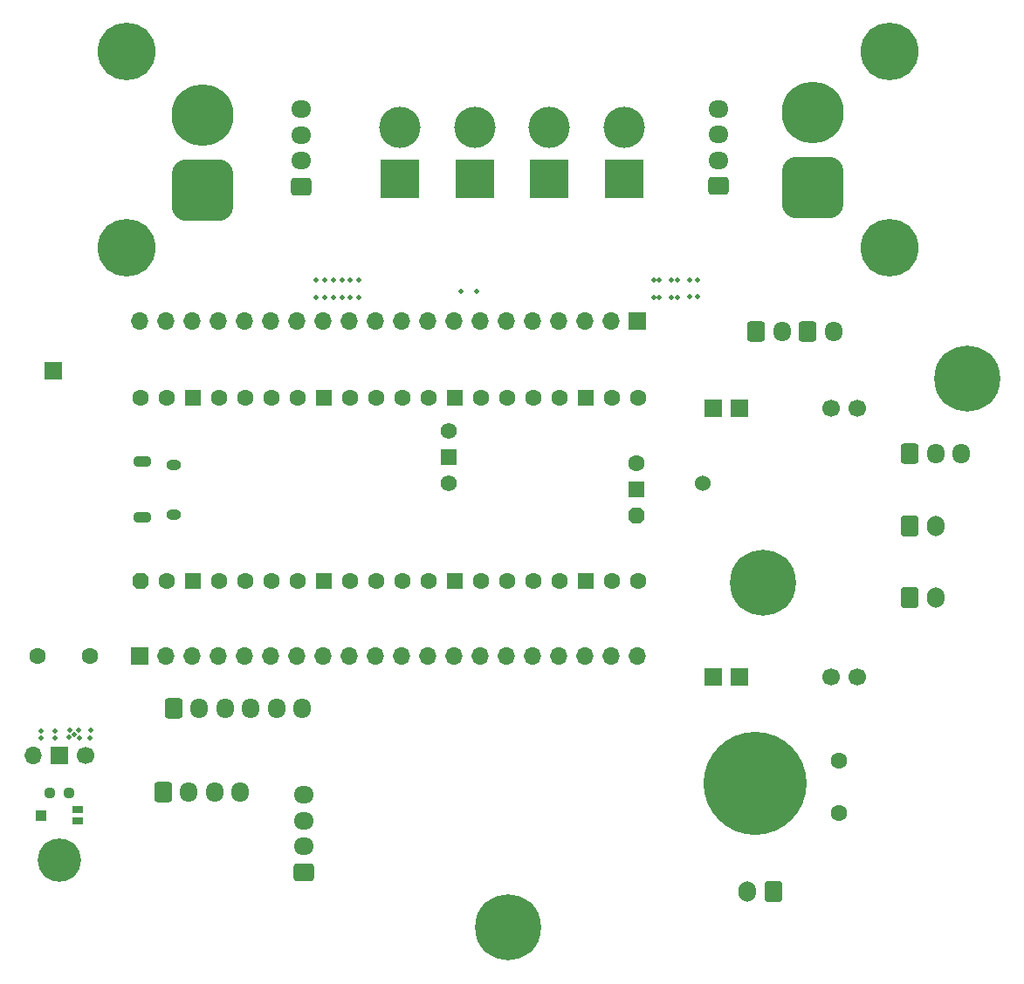
<source format=gbr>
%TF.GenerationSoftware,KiCad,Pcbnew,8.0.1*%
%TF.CreationDate,2024-04-30T15:38:52+08:00*%
%TF.ProjectId,prototype,70726f74-6f74-4797-9065-2e6b69636164,rev?*%
%TF.SameCoordinates,Original*%
%TF.FileFunction,Soldermask,Bot*%
%TF.FilePolarity,Negative*%
%FSLAX46Y46*%
G04 Gerber Fmt 4.6, Leading zero omitted, Abs format (unit mm)*
G04 Created by KiCad (PCBNEW 8.0.1) date 2024-04-30 15:38:52*
%MOMM*%
%LPD*%
G01*
G04 APERTURE LIST*
G04 Aperture macros list*
%AMRoundRect*
0 Rectangle with rounded corners*
0 $1 Rounding radius*
0 $2 $3 $4 $5 $6 $7 $8 $9 X,Y pos of 4 corners*
0 Add a 4 corners polygon primitive as box body*
4,1,4,$2,$3,$4,$5,$6,$7,$8,$9,$2,$3,0*
0 Add four circle primitives for the rounded corners*
1,1,$1+$1,$2,$3*
1,1,$1+$1,$4,$5*
1,1,$1+$1,$6,$7*
1,1,$1+$1,$8,$9*
0 Add four rect primitives between the rounded corners*
20,1,$1+$1,$2,$3,$4,$5,0*
20,1,$1+$1,$4,$5,$6,$7,0*
20,1,$1+$1,$6,$7,$8,$9,0*
20,1,$1+$1,$8,$9,$2,$3,0*%
%AMFreePoly0*
4,1,26,0.335306,0.780194,0.389950,0.741421,0.741421,0.389950,0.788777,0.314585,0.800000,0.248529,0.800000,-0.248529,0.780194,-0.335306,0.741421,-0.389950,0.389950,-0.741421,0.314585,-0.788777,0.248529,-0.800000,0.000000,-0.800000,-0.248529,-0.800000,-0.335306,-0.780194,-0.389950,-0.741421,-0.741421,-0.389950,-0.788777,-0.314585,-0.800000,-0.248529,-0.800000,0.248529,-0.780194,0.335306,
-0.741421,0.389950,-0.389950,0.741421,-0.314585,0.788777,-0.248529,0.800000,0.248529,0.800000,0.335306,0.780194,0.335306,0.780194,$1*%
G04 Aperture macros list end*
%ADD10C,0.500000*%
%ADD11O,1.800000X1.100000*%
%ADD12O,1.450000X1.050000*%
%ADD13FreePoly0,90.000000*%
%ADD14C,1.600000*%
%ADD15RoundRect,0.200000X0.600000X-0.600000X0.600000X0.600000X-0.600000X0.600000X-0.600000X-0.600000X0*%
%ADD16C,1.574800*%
%ADD17R,1.574800X1.574800*%
%ADD18R,1.700000X1.700000*%
%ADD19C,1.700000*%
%ADD20C,1.524000*%
%ADD21O,1.700000X1.950000*%
%ADD22RoundRect,0.250000X-0.600000X-0.725000X0.600000X-0.725000X0.600000X0.725000X-0.600000X0.725000X0*%
%ADD23RoundRect,0.250000X0.725000X-0.600000X0.725000X0.600000X-0.725000X0.600000X-0.725000X-0.600000X0*%
%ADD24O,1.950000X1.700000*%
%ADD25C,6.400000*%
%ADD26R,3.800000X3.800000*%
%ADD27C,4.000000*%
%ADD28RoundRect,0.250000X-0.600000X-0.750000X0.600000X-0.750000X0.600000X0.750000X-0.600000X0.750000X0*%
%ADD29O,1.700000X2.000000*%
%ADD30O,1.700000X1.700000*%
%ADD31RoundRect,1.500000X1.500000X-1.500000X1.500000X1.500000X-1.500000X1.500000X-1.500000X-1.500000X0*%
%ADD32C,6.000000*%
%ADD33C,4.200000*%
%ADD34C,5.600000*%
%ADD35RoundRect,0.250000X0.600000X0.750000X-0.600000X0.750000X-0.600000X-0.750000X0.600000X-0.750000X0*%
%ADD36C,10.000000*%
%ADD37RoundRect,0.237500X-0.250000X-0.237500X0.250000X-0.237500X0.250000X0.237500X-0.250000X0.237500X0*%
%ADD38R,1.100000X1.000000*%
%ADD39R,1.100000X0.800000*%
G04 APERTURE END LIST*
D10*
%TO.C,M3*%
X56108600Y-108940600D03*
%TD*%
%TO.C,M10*%
X56108600Y-109575600D03*
%TD*%
D11*
%TO.C,U1*%
X64534000Y-88208000D03*
D12*
X67564000Y-87908000D03*
X67564000Y-83058000D03*
D11*
X64534000Y-82758000D03*
D13*
X64404000Y-94373000D03*
D14*
X66944000Y-94373000D03*
D15*
X69484000Y-94373000D03*
D14*
X72024000Y-94373000D03*
X74564000Y-94373000D03*
X77104000Y-94373000D03*
X79644000Y-94373000D03*
D15*
X82184000Y-94373000D03*
D14*
X84724000Y-94373000D03*
X87264000Y-94373000D03*
X89804000Y-94373000D03*
X92344000Y-94373000D03*
D15*
X94884000Y-94373000D03*
D14*
X97424000Y-94373000D03*
X99964000Y-94373000D03*
X102504000Y-94373000D03*
X105044000Y-94373000D03*
D15*
X107584000Y-94373000D03*
D14*
X110124000Y-94373000D03*
X112664000Y-94373000D03*
X112664000Y-76593000D03*
X110124000Y-76593000D03*
D15*
X107584000Y-76593000D03*
D14*
X105044000Y-76593000D03*
X102504000Y-76593000D03*
X99964000Y-76593000D03*
X97424000Y-76593000D03*
D15*
X94884000Y-76593000D03*
D14*
X92344000Y-76593000D03*
X89804000Y-76593000D03*
X87264000Y-76593000D03*
X84724000Y-76593000D03*
D15*
X82184000Y-76593000D03*
D14*
X79644000Y-76593000D03*
X77104000Y-76593000D03*
X74564000Y-76593000D03*
X72024000Y-76593000D03*
D15*
X69484000Y-76593000D03*
D14*
X66944000Y-76593000D03*
X64404000Y-76593000D03*
D13*
X112434000Y-88023000D03*
D16*
X94234000Y-84898800D03*
D15*
X112434000Y-85483000D03*
D17*
X94234000Y-82358800D03*
D14*
X112434000Y-82943000D03*
D16*
X94234000Y-79818800D03*
%TD*%
D18*
%TO.C,U2*%
X119918000Y-103632000D03*
X122458000Y-103632000D03*
D19*
X131348000Y-103632000D03*
X133888000Y-103632000D03*
X131348000Y-77632000D03*
X133888000Y-77632000D03*
D18*
X119918000Y-77632000D03*
X122458000Y-77632000D03*
D20*
X118872000Y-84836000D03*
%TD*%
D21*
%TO.C,J19*%
X131572000Y-70104000D03*
D22*
X129072000Y-70104000D03*
D21*
X126572000Y-70104000D03*
D22*
X124072000Y-70104000D03*
%TD*%
D23*
%TO.C,J18*%
X80247000Y-122622000D03*
D24*
X80247000Y-120122000D03*
X80247000Y-117622000D03*
X80247000Y-115122000D03*
%TD*%
D22*
%TO.C,L1*%
X67564000Y-106680000D03*
D21*
X70064000Y-106680000D03*
X72564000Y-106680000D03*
X75064000Y-106680000D03*
X77564000Y-106680000D03*
X80064000Y-106680000D03*
%TD*%
D22*
%TO.C,J17*%
X66548000Y-114808000D03*
D21*
X69048000Y-114808000D03*
X71548000Y-114808000D03*
X74048000Y-114808000D03*
%TD*%
D22*
%TO.C,J6*%
X139000000Y-82000000D03*
D21*
X141500000Y-82000000D03*
X144000000Y-82000000D03*
%TD*%
D25*
%TO.C,H2*%
X100000000Y-128000000D03*
%TD*%
D10*
%TO.C,M36*%
X114706400Y-66802000D03*
%TD*%
%TO.C,M11*%
X57404000Y-109550200D03*
%TD*%
D14*
%TO.C,R2*%
X132080000Y-111760000D03*
X132080000Y-116840000D03*
%TD*%
D26*
%TO.C,J12*%
X104024000Y-55292000D03*
D27*
X104024000Y-50292000D03*
%TD*%
D10*
%TO.C,M24*%
X83921600Y-66802000D03*
%TD*%
%TO.C,M37*%
X115824000Y-66802000D03*
%TD*%
%TO.C,M5*%
X57912000Y-109296200D03*
%TD*%
%TO.C,M38*%
X116433600Y-66802000D03*
%TD*%
%TO.C,M4*%
X57480200Y-108864400D03*
%TD*%
D28*
%TO.C,J8*%
X139000000Y-89000000D03*
D29*
X141500000Y-89000000D03*
%TD*%
D10*
%TO.C,M26*%
X85547200Y-66802000D03*
%TD*%
%TO.C,M14*%
X59436000Y-109575600D03*
%TD*%
D18*
%TO.C,J3*%
X64262000Y-101600000D03*
D30*
X66802000Y-101600000D03*
X69342000Y-101600000D03*
X71882000Y-101600000D03*
X74422000Y-101600000D03*
X76962000Y-101600000D03*
X79502000Y-101600000D03*
X82042000Y-101600000D03*
X84582000Y-101600000D03*
X87122000Y-101600000D03*
X89662000Y-101600000D03*
X92202000Y-101600000D03*
X94742000Y-101600000D03*
X97282000Y-101600000D03*
X99822000Y-101600000D03*
X102362000Y-101600000D03*
X104902000Y-101600000D03*
X107442000Y-101600000D03*
X109982000Y-101600000D03*
X112522000Y-101600000D03*
%TD*%
D25*
%TO.C,H3*%
X124748737Y-94547727D03*
%TD*%
D18*
%TO.C,J7*%
X55880000Y-73914000D03*
%TD*%
D23*
%TO.C,J14*%
X79993000Y-56054000D03*
D24*
X79993000Y-53554000D03*
X79993000Y-51054000D03*
X79993000Y-48554000D03*
%TD*%
D10*
%TO.C,M25*%
X84734400Y-66802000D03*
%TD*%
%TO.C,M8*%
X54762400Y-109575600D03*
%TD*%
%TO.C,M29*%
X114147600Y-65176400D03*
%TD*%
%TO.C,M17*%
X83058000Y-65176400D03*
%TD*%
%TO.C,M30*%
X114706400Y-65176400D03*
%TD*%
%TO.C,M23*%
X83058000Y-66802000D03*
%TD*%
%TO.C,M35*%
X114147600Y-66802000D03*
%TD*%
%TO.C,M39*%
X117602000Y-66751200D03*
%TD*%
D31*
%TO.C,J2*%
X70358000Y-56388000D03*
D32*
X70358000Y-49188000D03*
%TD*%
D10*
%TO.C,M20*%
X85547200Y-65176400D03*
%TD*%
D33*
%TO.C,H1*%
X56500000Y-121412000D03*
%TD*%
D26*
%TO.C,J10*%
X89524000Y-55292000D03*
D27*
X89524000Y-50292000D03*
%TD*%
D10*
%TO.C,M40*%
X118364000Y-66751200D03*
%TD*%
%TO.C,M22*%
X82245200Y-66802000D03*
%TD*%
%TO.C,M27*%
X95453200Y-66243200D03*
%TD*%
D14*
%TO.C,R3*%
X54356000Y-101600000D03*
X59436000Y-101600000D03*
%TD*%
D25*
%TO.C,H4*%
X144547727Y-74748737D03*
%TD*%
D10*
%TO.C,M1*%
X54762400Y-108940600D03*
%TD*%
D34*
%TO.C,H6*%
X63000000Y-62000000D03*
%TD*%
D31*
%TO.C,J1*%
X129540000Y-56134000D03*
D32*
X129540000Y-48934000D03*
%TD*%
D10*
%TO.C,M28*%
X96953200Y-66243200D03*
%TD*%
%TO.C,M16*%
X82245200Y-65176400D03*
%TD*%
D35*
%TO.C,J16*%
X125730000Y-124460000D03*
D29*
X123230000Y-124460000D03*
%TD*%
D10*
%TO.C,M32*%
X116433600Y-65176400D03*
%TD*%
%TO.C,M34*%
X118364000Y-65176400D03*
%TD*%
%TO.C,M18*%
X83921600Y-65176400D03*
%TD*%
D28*
%TO.C,J9*%
X139000000Y-96000000D03*
D29*
X141500000Y-96000000D03*
%TD*%
D10*
%TO.C,M7*%
X59563000Y-108864400D03*
%TD*%
D34*
%TO.C,H5*%
X63000000Y-43000000D03*
%TD*%
D10*
%TO.C,M15*%
X81432400Y-65176400D03*
%TD*%
%TO.C,M33*%
X117602000Y-65176400D03*
%TD*%
%TO.C,M13*%
X58420000Y-109575600D03*
%TD*%
%TO.C,M31*%
X115824000Y-65176400D03*
%TD*%
D36*
%TO.C,H9*%
X124000000Y-114000000D03*
%TD*%
D10*
%TO.C,M6*%
X58343800Y-108839000D03*
%TD*%
D18*
%TO.C,J4*%
X112522000Y-69088000D03*
D30*
X109982000Y-69088000D03*
X107442000Y-69088000D03*
X104902000Y-69088000D03*
X102362000Y-69088000D03*
X99822000Y-69088000D03*
X97282000Y-69088000D03*
X94742000Y-69088000D03*
X92202000Y-69088000D03*
X89662000Y-69088000D03*
X87122000Y-69088000D03*
X84582000Y-69088000D03*
X82042000Y-69088000D03*
X79502000Y-69088000D03*
X76962000Y-69088000D03*
X74422000Y-69088000D03*
X71882000Y-69088000D03*
X69342000Y-69088000D03*
X66802000Y-69088000D03*
X64262000Y-69088000D03*
%TD*%
D34*
%TO.C,H7*%
X137000000Y-43000000D03*
%TD*%
%TO.C,H8*%
X137000000Y-62000000D03*
%TD*%
D10*
%TO.C,M21*%
X81432400Y-66802000D03*
%TD*%
%TO.C,M19*%
X84734400Y-65176400D03*
%TD*%
D37*
%TO.C,R4*%
X57412500Y-114935000D03*
X55587500Y-114935000D03*
%TD*%
D26*
%TO.C,J13*%
X111274000Y-55292000D03*
D27*
X111274000Y-50292000D03*
%TD*%
D19*
%TO.C,J5*%
X59040000Y-111252000D03*
D18*
X56500000Y-111252000D03*
D30*
X53960000Y-111252000D03*
%TD*%
D23*
%TO.C,J15*%
X120396000Y-56014000D03*
D24*
X120396000Y-53514000D03*
X120396000Y-51014000D03*
X120396000Y-48514000D03*
%TD*%
D38*
%TO.C,R1*%
X54725000Y-117094000D03*
D39*
X58275000Y-116544000D03*
X58275000Y-117644000D03*
%TD*%
D26*
%TO.C,J11*%
X96774000Y-55292000D03*
D27*
X96774000Y-50292000D03*
%TD*%
M02*

</source>
